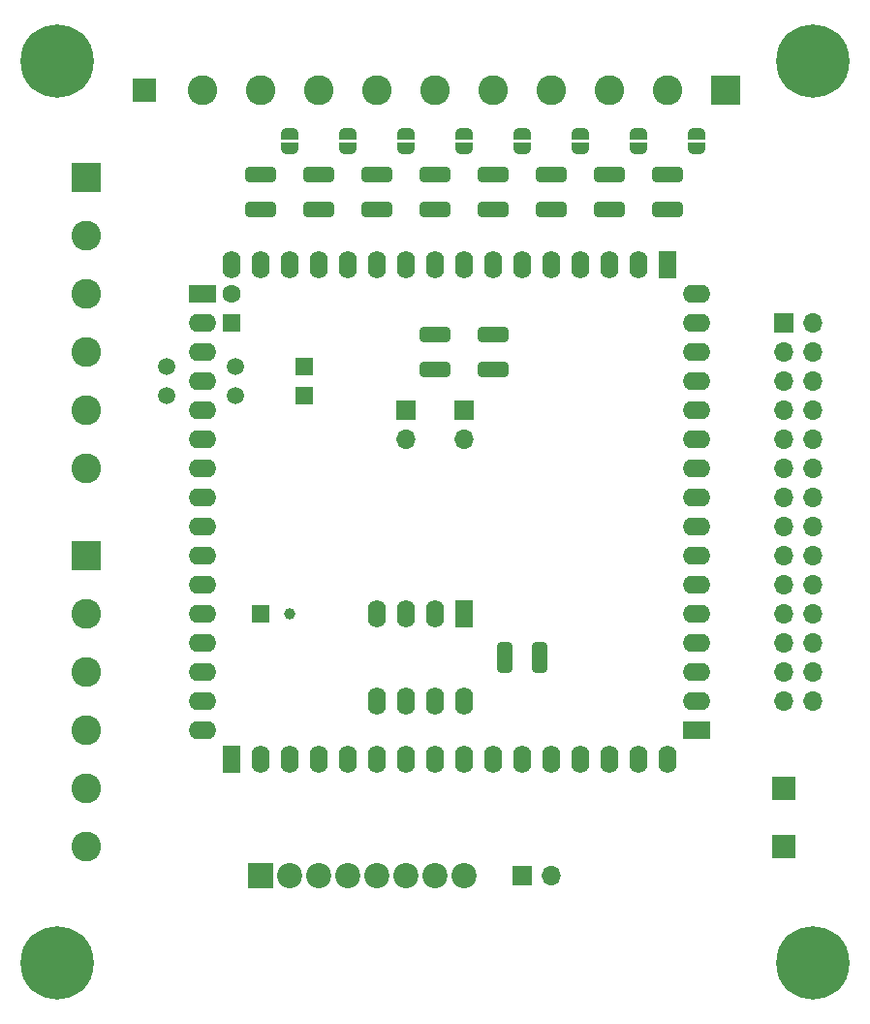
<source format=gbs>
G04 #@! TF.GenerationSoftware,KiCad,Pcbnew,(6.0.4-163-g7b7e4e1ae5)*
G04 #@! TF.CreationDate,2022-06-12T19:11:13+02:00*
G04 #@! TF.ProjectId,CANduino128,43414e64-7569-46e6-9f31-32382e6b6963,rev?*
G04 #@! TF.SameCoordinates,Original*
G04 #@! TF.FileFunction,Soldermask,Bot*
G04 #@! TF.FilePolarity,Negative*
%FSLAX46Y46*%
G04 Gerber Fmt 4.6, Leading zero omitted, Abs format (unit mm)*
G04 Created by KiCad (PCBNEW (6.0.4-163-g7b7e4e1ae5)) date 2022-06-12 19:11:13*
%MOMM*%
%LPD*%
G01*
G04 APERTURE LIST*
G04 Aperture macros list*
%AMRoundRect*
0 Rectangle with rounded corners*
0 $1 Rounding radius*
0 $2 $3 $4 $5 $6 $7 $8 $9 X,Y pos of 4 corners*
0 Add a 4 corners polygon primitive as box body*
4,1,4,$2,$3,$4,$5,$6,$7,$8,$9,$2,$3,0*
0 Add four circle primitives for the rounded corners*
1,1,$1+$1,$2,$3*
1,1,$1+$1,$4,$5*
1,1,$1+$1,$6,$7*
1,1,$1+$1,$8,$9*
0 Add four rect primitives between the rounded corners*
20,1,$1+$1,$2,$3,$4,$5,0*
20,1,$1+$1,$4,$5,$6,$7,0*
20,1,$1+$1,$6,$7,$8,$9,0*
20,1,$1+$1,$8,$9,$2,$3,0*%
%AMFreePoly0*
4,1,22,0.500000,-0.750000,0.000000,-0.750000,0.000000,-0.745033,-0.079941,-0.743568,-0.215256,-0.701293,-0.333266,-0.622738,-0.424486,-0.514219,-0.481581,-0.384460,-0.499164,-0.250000,-0.500000,-0.250000,-0.500000,0.250000,-0.499164,0.250000,-0.499963,0.256109,-0.478152,0.396186,-0.417904,0.524511,-0.324060,0.630769,-0.204165,0.706417,-0.067858,0.745374,0.000000,0.744959,0.000000,0.750000,
0.500000,0.750000,0.500000,-0.750000,0.500000,-0.750000,$1*%
%AMFreePoly1*
4,1,20,0.000000,0.744959,0.073905,0.744508,0.209726,0.703889,0.328688,0.626782,0.421226,0.519385,0.479903,0.390333,0.500000,0.250000,0.500000,-0.250000,0.499851,-0.262216,0.476331,-0.402017,0.414519,-0.529596,0.319384,-0.634700,0.198574,-0.708877,0.061801,-0.746166,0.000000,-0.745033,0.000000,-0.750000,-0.500000,-0.750000,-0.500000,0.750000,0.000000,0.750000,0.000000,0.744959,
0.000000,0.744959,$1*%
G04 Aperture macros list end*
%ADD10R,1.700000X1.700000*%
%ADD11O,1.700000X1.700000*%
%ADD12RoundRect,0.250001X-0.799999X-0.799999X0.799999X-0.799999X0.799999X0.799999X-0.799999X0.799999X0*%
%ADD13C,0.800000*%
%ADD14C,6.400000*%
%ADD15R,2.400000X1.600000*%
%ADD16O,2.400000X1.600000*%
%ADD17R,1.600000X2.400000*%
%ADD18O,1.600000X2.400000*%
%ADD19C,1.600000*%
%ADD20R,1.600000X1.600000*%
%ADD21R,2.600000X2.600000*%
%ADD22C,2.600000*%
%ADD23C,1.500000*%
%ADD24RoundRect,0.250000X-0.550000X0.550000X-0.550000X-0.550000X0.550000X-0.550000X0.550000X0.550000X0*%
%ADD25RoundRect,0.250000X-0.550000X-0.550000X0.550000X-0.550000X0.550000X0.550000X-0.550000X0.550000X0*%
%ADD26R,2.200000X2.200000*%
%ADD27C,2.200000*%
%ADD28RoundRect,0.250000X-1.075000X0.400000X-1.075000X-0.400000X1.075000X-0.400000X1.075000X0.400000X0*%
%ADD29FreePoly0,90.000000*%
%ADD30FreePoly1,90.000000*%
%ADD31C,1.000000*%
%ADD32RoundRect,0.250000X1.075000X-0.400000X1.075000X0.400000X-1.075000X0.400000X-1.075000X-0.400000X0*%
%ADD33RoundRect,0.250000X-0.400000X-1.075000X0.400000X-1.075000X0.400000X1.075000X-0.400000X1.075000X0*%
G04 APERTURE END LIST*
D10*
X162560000Y-81280000D03*
D11*
X162560000Y-83820000D03*
D12*
X190500000Y-114300000D03*
D13*
X125302944Y-52497056D03*
X127000000Y-53200000D03*
X124600000Y-50800000D03*
X129400000Y-50800000D03*
X128697056Y-49102944D03*
X127000000Y-48400000D03*
D14*
X127000000Y-50800000D03*
D13*
X125302944Y-49102944D03*
X128697056Y-52497056D03*
D12*
X134620000Y-53340000D03*
D15*
X139700000Y-71120000D03*
D16*
X139700000Y-73660000D03*
X139700000Y-76200000D03*
X139700000Y-78740000D03*
X139700000Y-81280000D03*
X139700000Y-83820000D03*
X139700000Y-86360000D03*
X139700000Y-88900000D03*
X139700000Y-91440000D03*
X139700000Y-93980000D03*
X139700000Y-96520000D03*
X139700000Y-99060000D03*
X139700000Y-101600000D03*
X139700000Y-104140000D03*
X139700000Y-106680000D03*
X139700000Y-109220000D03*
D17*
X142240000Y-111760000D03*
D18*
X144780000Y-111760000D03*
X147320000Y-111760000D03*
X149860000Y-111760000D03*
X152400000Y-111760000D03*
X154940000Y-111760000D03*
X157480000Y-111760000D03*
X160020000Y-111760000D03*
X162560000Y-111760000D03*
X165100000Y-111760000D03*
X167640000Y-111760000D03*
X170180000Y-111760000D03*
X172720000Y-111760000D03*
X175260000Y-111760000D03*
X177800000Y-111760000D03*
X180340000Y-111760000D03*
D15*
X182880000Y-109220000D03*
D16*
X182880000Y-106680000D03*
X182880000Y-104140000D03*
X182880000Y-101600000D03*
X182880000Y-99060000D03*
X182880000Y-96520000D03*
X182880000Y-93980000D03*
X182880000Y-91440000D03*
X182880000Y-88900000D03*
X182880000Y-86360000D03*
X182880000Y-83820000D03*
X182880000Y-81280000D03*
X182880000Y-78740000D03*
X182880000Y-76200000D03*
X182880000Y-73660000D03*
X182880000Y-71120000D03*
D17*
X180340000Y-68580000D03*
D18*
X177800000Y-68580000D03*
X175260000Y-68580000D03*
X172720000Y-68580000D03*
X170180000Y-68580000D03*
X167640000Y-68580000D03*
X165100000Y-68580000D03*
X162560000Y-68580000D03*
X160020000Y-68580000D03*
X157480000Y-68580000D03*
X154940000Y-68580000D03*
X152400000Y-68580000D03*
X149860000Y-68580000D03*
X147320000Y-68580000D03*
X144780000Y-68580000D03*
X142240000Y-68580000D03*
D19*
X142240000Y-71120000D03*
D20*
X142240000Y-73660000D03*
D13*
X194737056Y-127842944D03*
X193040000Y-131940000D03*
X191342944Y-131237056D03*
X190640000Y-129540000D03*
X194737056Y-131237056D03*
X193040000Y-127140000D03*
X191342944Y-127842944D03*
X195440000Y-129540000D03*
D14*
X193040000Y-129540000D03*
D17*
X162560000Y-99060000D03*
D18*
X160020000Y-99060000D03*
X157480000Y-99060000D03*
X154940000Y-99060000D03*
X154940000Y-106680000D03*
X157480000Y-106680000D03*
X160020000Y-106680000D03*
X162560000Y-106680000D03*
D21*
X185420000Y-53340000D03*
D22*
X180340000Y-53340000D03*
X175260000Y-53340000D03*
X170180000Y-53340000D03*
X165100000Y-53340000D03*
X160020000Y-53340000D03*
X154940000Y-53340000D03*
X149860000Y-53340000D03*
X144780000Y-53340000D03*
X139700000Y-53340000D03*
D12*
X190500000Y-119380000D03*
D10*
X157480000Y-81280000D03*
D11*
X157480000Y-83820000D03*
D10*
X190500000Y-73660000D03*
D11*
X193040000Y-73660000D03*
X190500000Y-76200000D03*
X193040000Y-76200000D03*
X190500000Y-78740000D03*
X193040000Y-78740000D03*
X190500000Y-81280000D03*
X193040000Y-81280000D03*
X190500000Y-83820000D03*
X193040000Y-83820000D03*
X190500000Y-86360000D03*
X193040000Y-86360000D03*
X190500000Y-88900000D03*
X193040000Y-88900000D03*
X190500000Y-91440000D03*
X193040000Y-91440000D03*
X190500000Y-93980000D03*
X193040000Y-93980000D03*
X190500000Y-96520000D03*
X193040000Y-96520000D03*
X190500000Y-99060000D03*
X193040000Y-99060000D03*
X190500000Y-101600000D03*
X193040000Y-101600000D03*
X190500000Y-104140000D03*
X193040000Y-104140000D03*
X190500000Y-106680000D03*
X193040000Y-106680000D03*
D23*
X136590000Y-80010000D03*
X142590000Y-80010000D03*
D24*
X148590000Y-80010000D03*
D13*
X193040000Y-48400000D03*
X194737056Y-52497056D03*
D14*
X193040000Y-50800000D03*
D13*
X191342944Y-52497056D03*
X190640000Y-50800000D03*
X191342944Y-49102944D03*
X194737056Y-49102944D03*
X195440000Y-50800000D03*
X193040000Y-53200000D03*
D25*
X144780000Y-99060000D03*
D21*
X129540000Y-93980000D03*
D22*
X129540000Y-99060000D03*
X129540000Y-104140000D03*
X129540000Y-109220000D03*
X129540000Y-114300000D03*
X129540000Y-119380000D03*
D23*
X136590000Y-77470000D03*
X142590000Y-77470000D03*
D24*
X148590000Y-77470000D03*
D26*
X144780000Y-121920000D03*
D27*
X147320000Y-121920000D03*
X149860000Y-121920000D03*
X152400000Y-121920000D03*
X154940000Y-121920000D03*
X157480000Y-121920000D03*
X160020000Y-121920000D03*
X162560000Y-121920000D03*
D10*
X167640000Y-121920000D03*
D11*
X170180000Y-121920000D03*
D21*
X129540000Y-60960000D03*
D22*
X129540000Y-66040000D03*
X129540000Y-71120000D03*
X129540000Y-76200000D03*
X129540000Y-81280000D03*
X129540000Y-86360000D03*
D13*
X129400000Y-129540000D03*
X125302944Y-127842944D03*
X125302944Y-131237056D03*
X128697056Y-127842944D03*
X128697056Y-131237056D03*
X124600000Y-129540000D03*
X127000000Y-131940000D03*
D14*
X127000000Y-129540000D03*
D13*
X127000000Y-127140000D03*
D28*
X165100000Y-60680000D03*
X165100000Y-63780000D03*
D29*
X177800000Y-58435000D03*
D30*
X177800000Y-57135000D03*
D31*
X147320000Y-99060000D03*
D32*
X165100000Y-77750000D03*
X165100000Y-74650000D03*
D28*
X175260000Y-60680000D03*
X175260000Y-63780000D03*
D29*
X152400000Y-58435000D03*
D30*
X152400000Y-57135000D03*
D29*
X167640000Y-58435000D03*
D30*
X167640000Y-57135000D03*
D28*
X149860000Y-60680000D03*
X149860000Y-63780000D03*
D33*
X166090000Y-102870000D03*
X169190000Y-102870000D03*
D29*
X172720000Y-58435000D03*
D30*
X172720000Y-57135000D03*
D28*
X144780000Y-60680000D03*
X144780000Y-63780000D03*
D29*
X182880000Y-58435000D03*
D30*
X182880000Y-57135000D03*
D29*
X162560000Y-58435000D03*
D30*
X162560000Y-57135000D03*
D32*
X160020000Y-77750000D03*
X160020000Y-74650000D03*
D29*
X147320000Y-58435000D03*
D30*
X147320000Y-57135000D03*
D29*
X157480000Y-58435000D03*
D30*
X157480000Y-57135000D03*
D28*
X180340000Y-60680000D03*
X180340000Y-63780000D03*
X154940000Y-60680000D03*
X154940000Y-63780000D03*
X160020000Y-60680000D03*
X160020000Y-63780000D03*
X170180000Y-60680000D03*
X170180000Y-63780000D03*
M02*

</source>
